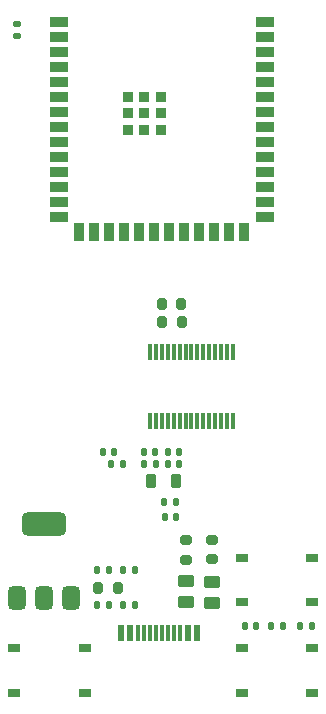
<source format=gtp>
G04 #@! TF.GenerationSoftware,KiCad,Pcbnew,8.0.4*
G04 #@! TF.CreationDate,2024-08-02T16:29:59-04:00*
G04 #@! TF.ProjectId,adcesp32,61646365-7370-4333-922e-6b696361645f,rev?*
G04 #@! TF.SameCoordinates,Original*
G04 #@! TF.FileFunction,Paste,Top*
G04 #@! TF.FilePolarity,Positive*
%FSLAX46Y46*%
G04 Gerber Fmt 4.6, Leading zero omitted, Abs format (unit mm)*
G04 Created by KiCad (PCBNEW 8.0.4) date 2024-08-02 16:29:59*
%MOMM*%
%LPD*%
G01*
G04 APERTURE LIST*
G04 Aperture macros list*
%AMRoundRect*
0 Rectangle with rounded corners*
0 $1 Rounding radius*
0 $2 $3 $4 $5 $6 $7 $8 $9 X,Y pos of 4 corners*
0 Add a 4 corners polygon primitive as box body*
4,1,4,$2,$3,$4,$5,$6,$7,$8,$9,$2,$3,0*
0 Add four circle primitives for the rounded corners*
1,1,$1+$1,$2,$3*
1,1,$1+$1,$4,$5*
1,1,$1+$1,$6,$7*
1,1,$1+$1,$8,$9*
0 Add four rect primitives between the rounded corners*
20,1,$1+$1,$2,$3,$4,$5,0*
20,1,$1+$1,$4,$5,$6,$7,0*
20,1,$1+$1,$6,$7,$8,$9,0*
20,1,$1+$1,$8,$9,$2,$3,0*%
G04 Aperture macros list end*
%ADD10RoundRect,0.140000X-0.140000X-0.170000X0.140000X-0.170000X0.140000X0.170000X-0.140000X0.170000X0*%
%ADD11RoundRect,0.250000X0.450000X-0.262500X0.450000X0.262500X-0.450000X0.262500X-0.450000X-0.262500X0*%
%ADD12RoundRect,0.135000X-0.135000X-0.185000X0.135000X-0.185000X0.135000X0.185000X-0.135000X0.185000X0*%
%ADD13R,1.000000X0.750000*%
%ADD14RoundRect,0.200000X0.200000X0.275000X-0.200000X0.275000X-0.200000X-0.275000X0.200000X-0.275000X0*%
%ADD15RoundRect,0.140000X0.140000X0.170000X-0.140000X0.170000X-0.140000X-0.170000X0.140000X-0.170000X0*%
%ADD16R,0.300000X1.475000*%
%ADD17RoundRect,0.200000X-0.200000X-0.275000X0.200000X-0.275000X0.200000X0.275000X-0.200000X0.275000X0*%
%ADD18RoundRect,0.135000X0.135000X0.185000X-0.135000X0.185000X-0.135000X-0.185000X0.135000X-0.185000X0*%
%ADD19RoundRect,0.200000X0.275000X-0.200000X0.275000X0.200000X-0.275000X0.200000X-0.275000X-0.200000X0*%
%ADD20R,0.600000X1.450000*%
%ADD21R,0.300000X1.450000*%
%ADD22RoundRect,0.375000X0.375000X-0.625000X0.375000X0.625000X-0.375000X0.625000X-0.375000X-0.625000X0*%
%ADD23RoundRect,0.500000X1.400000X-0.500000X1.400000X0.500000X-1.400000X0.500000X-1.400000X-0.500000X0*%
%ADD24R,0.900000X0.900000*%
%ADD25R,1.500000X0.900000*%
%ADD26R,0.900000X1.500000*%
%ADD27RoundRect,0.140000X0.170000X-0.140000X0.170000X0.140000X-0.170000X0.140000X-0.170000X-0.140000X0*%
%ADD28RoundRect,0.218750X0.218750X0.381250X-0.218750X0.381250X-0.218750X-0.381250X0.218750X-0.381250X0*%
G04 APERTURE END LIST*
D10*
X209000000Y-99500000D03*
X209960000Y-99500000D03*
D11*
X216000000Y-112250000D03*
X216000000Y-110425000D03*
D10*
X208540000Y-112500000D03*
X209500000Y-112500000D03*
D12*
X210730000Y-109500000D03*
X211750000Y-109500000D03*
D10*
X214500000Y-99500000D03*
X215460000Y-99500000D03*
D13*
X201500000Y-116125000D03*
X207500000Y-116125000D03*
X201500000Y-119875000D03*
X207500000Y-119875000D03*
D14*
X215650000Y-87000000D03*
X214000000Y-87000000D03*
D10*
X208540000Y-109500000D03*
X209500000Y-109500000D03*
D11*
X218250000Y-112325000D03*
X218250000Y-110500000D03*
D15*
X213460000Y-100500000D03*
X212500000Y-100500000D03*
D13*
X220750000Y-108500000D03*
X226750000Y-108500000D03*
X220750000Y-112250000D03*
X226750000Y-112250000D03*
D10*
X214250000Y-105000000D03*
X215210000Y-105000000D03*
D16*
X213000000Y-96876000D03*
X213500000Y-96876000D03*
X214000000Y-96876000D03*
X214500000Y-96876000D03*
X215000000Y-96876000D03*
X215500000Y-96876000D03*
X216000000Y-96876000D03*
X216500000Y-96876000D03*
X217000000Y-96876000D03*
X217500000Y-96876000D03*
X218000000Y-96876000D03*
X218500000Y-96876000D03*
X219000000Y-96876000D03*
X219500000Y-96876000D03*
X220000000Y-96876000D03*
X220000000Y-91000000D03*
X219500000Y-91000000D03*
X219000000Y-91000000D03*
X218500000Y-91000000D03*
X218000000Y-91000000D03*
X217500000Y-91000000D03*
X217000000Y-91000000D03*
X216500000Y-91000000D03*
X216000000Y-91000000D03*
X215500000Y-91000000D03*
X215000000Y-91000000D03*
X214500000Y-91000000D03*
X214000000Y-91000000D03*
X213500000Y-91000000D03*
X213000000Y-91000000D03*
D17*
X208600000Y-111000000D03*
X210250000Y-111000000D03*
D12*
X223230000Y-114250000D03*
X224250000Y-114250000D03*
D18*
X226750000Y-114250000D03*
X225730000Y-114250000D03*
D10*
X214210000Y-103750000D03*
X215170000Y-103750000D03*
D19*
X218250000Y-108575000D03*
X218250000Y-106925000D03*
D20*
X210500000Y-114805000D03*
X211300000Y-114805000D03*
D21*
X212500000Y-114805000D03*
X213500000Y-114805000D03*
X214000000Y-114805000D03*
X215000000Y-114805000D03*
D20*
X216200000Y-114805000D03*
X217000000Y-114805000D03*
X217000000Y-114805000D03*
X216200000Y-114805000D03*
D21*
X215500000Y-114805000D03*
X214500000Y-114805000D03*
X213000000Y-114805000D03*
X212000000Y-114805000D03*
D20*
X211300000Y-114805000D03*
X210500000Y-114805000D03*
D18*
X211760000Y-112500000D03*
X210740000Y-112500000D03*
D22*
X201700000Y-111900000D03*
X204000000Y-111900000D03*
D23*
X204000000Y-105600000D03*
D22*
X206300000Y-111900000D03*
D15*
X213440000Y-99500000D03*
X212480000Y-99500000D03*
D10*
X209710000Y-100500000D03*
X210670000Y-100500000D03*
D19*
X216000000Y-108650000D03*
X216000000Y-107000000D03*
D10*
X221020000Y-114250000D03*
X221980000Y-114250000D03*
D24*
X211100000Y-69430000D03*
X211100000Y-70830000D03*
X211100000Y-72230000D03*
X212500000Y-69430000D03*
X212500000Y-70830000D03*
X212500000Y-72230000D03*
X213900000Y-69430000D03*
X213900000Y-70830000D03*
X213900000Y-72230000D03*
D25*
X205250000Y-63110000D03*
X205250000Y-64380000D03*
X205250000Y-65650000D03*
X205250000Y-66920000D03*
X205250000Y-68190000D03*
X205250000Y-69460000D03*
X205250000Y-70730000D03*
X205250000Y-72000000D03*
X205250000Y-73270000D03*
X205250000Y-74540000D03*
X205250000Y-75810000D03*
X205250000Y-77080000D03*
X205250000Y-78350000D03*
X205250000Y-79620000D03*
D26*
X207015000Y-80870000D03*
X208285000Y-80870000D03*
X209555000Y-80870000D03*
X210825000Y-80870000D03*
X212095000Y-80870000D03*
X213365000Y-80870000D03*
X214635000Y-80870000D03*
X215905000Y-80870000D03*
X217175000Y-80870000D03*
X218445000Y-80870000D03*
X219715000Y-80870000D03*
X220985000Y-80870000D03*
D25*
X222750000Y-79620000D03*
X222750000Y-78350000D03*
X222750000Y-77080000D03*
X222750000Y-75810000D03*
X222750000Y-74540000D03*
X222750000Y-73270000D03*
X222750000Y-72000000D03*
X222750000Y-70730000D03*
X222750000Y-69460000D03*
X222750000Y-68190000D03*
X222750000Y-66920000D03*
X222750000Y-65650000D03*
X222750000Y-64380000D03*
X222750000Y-63110000D03*
D14*
X215670000Y-88500000D03*
X214020000Y-88500000D03*
D27*
X201750000Y-64250000D03*
X201750000Y-63290000D03*
D28*
X215210000Y-102000000D03*
X213085000Y-102000000D03*
D13*
X226750000Y-119875000D03*
X220750000Y-119875000D03*
X226750000Y-116125000D03*
X220750000Y-116125000D03*
D10*
X214480000Y-100500000D03*
X215440000Y-100500000D03*
M02*

</source>
